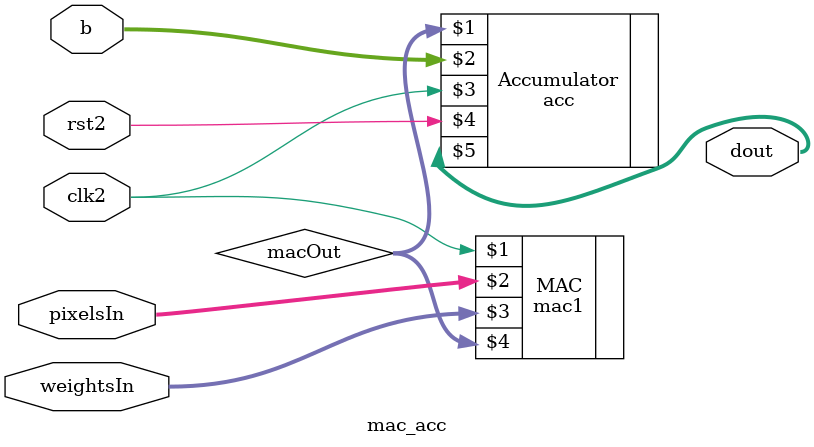
<source format=v>
`timescale 1ns / 1ps
module mac_acc(
  input clk2,
  input rst2,
  input [127:0] pixelsIn,
  input [127:0] weightsIn,
  input [7:0] b,
  output [21:0] dout);

  wire [19:0] macOut;
  wire [21:0] dout;

  mac1 MAC(clk2,pixelsIn,weightsIn,macOut);
  acc Accumulator(macOut,b,clk2,rst2,dout);

  endmodule

</source>
